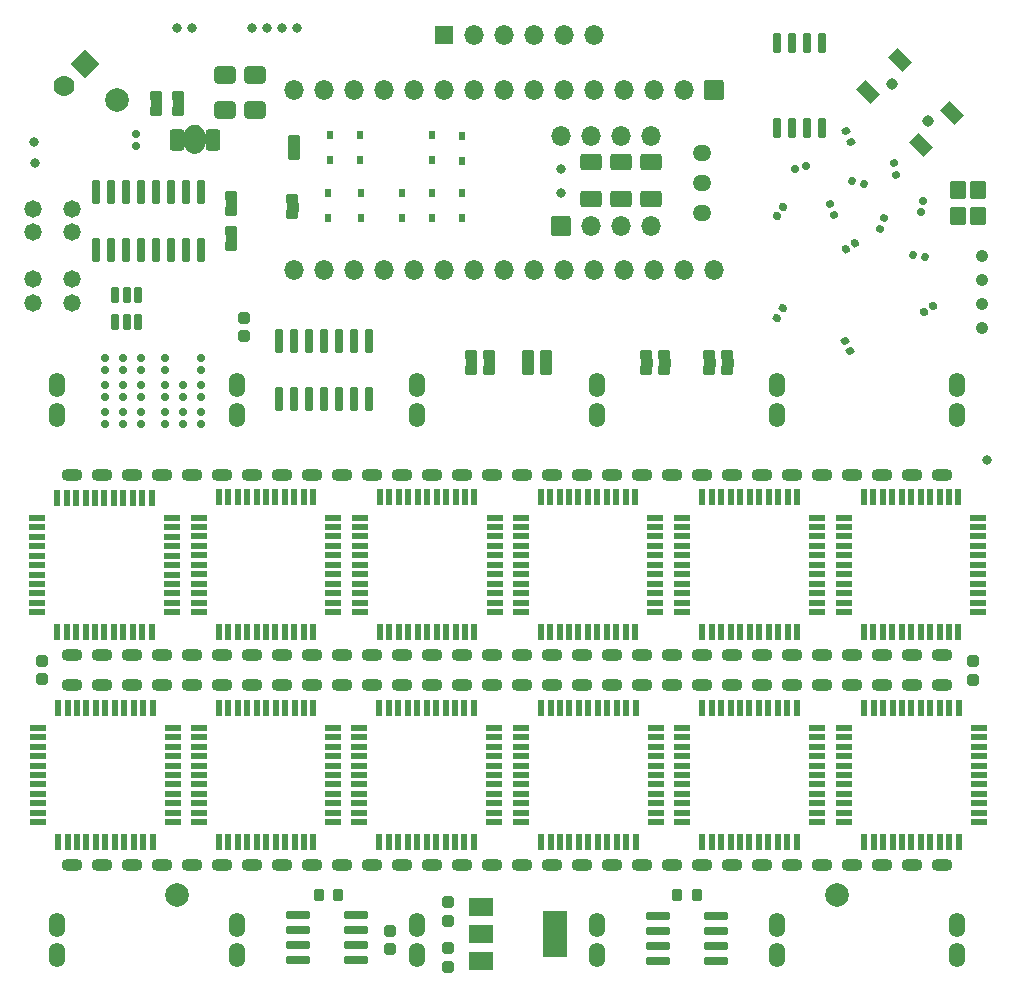
<source format=gbs>
G04 #@! TF.GenerationSoftware,KiCad,Pcbnew,(7.0.0-rc1-358-g86c12d35b4)*
G04 #@! TF.CreationDate,2023-05-17T11:55:42-07:00*
G04 #@! TF.ProjectId,Jumperless2,4a756d70-6572-46c6-9573-73322e6b6963,rev?*
G04 #@! TF.SameCoordinates,Original*
G04 #@! TF.FileFunction,Soldermask,Bot*
G04 #@! TF.FilePolarity,Negative*
%FSLAX46Y46*%
G04 Gerber Fmt 4.6, Leading zero omitted, Abs format (unit mm)*
G04 Created by KiCad (PCBNEW (7.0.0-rc1-358-g86c12d35b4)) date 2023-05-17 11:55:42*
%MOMM*%
%LPD*%
G01*
G04 APERTURE LIST*
G04 Aperture macros list*
%AMRoundRect*
0 Rectangle with rounded corners*
0 $1 Rounding radius*
0 $2 $3 $4 $5 $6 $7 $8 $9 X,Y pos of 4 corners*
0 Add a 4 corners polygon primitive as box body*
4,1,4,$2,$3,$4,$5,$6,$7,$8,$9,$2,$3,0*
0 Add four circle primitives for the rounded corners*
1,1,$1+$1,$2,$3*
1,1,$1+$1,$4,$5*
1,1,$1+$1,$6,$7*
1,1,$1+$1,$8,$9*
0 Add four rect primitives between the rounded corners*
20,1,$1+$1,$2,$3,$4,$5,0*
20,1,$1+$1,$4,$5,$6,$7,0*
20,1,$1+$1,$6,$7,$8,$9,0*
20,1,$1+$1,$8,$9,$2,$3,0*%
%AMHorizOval*
0 Thick line with rounded ends*
0 $1 width*
0 $2 $3 position (X,Y) of the first rounded end (center of the circle)*
0 $4 $5 position (X,Y) of the second rounded end (center of the circle)*
0 Add line between two ends*
20,1,$1,$2,$3,$4,$5,0*
0 Add two circle primitives to create the rounded ends*
1,1,$1,$2,$3*
1,1,$1,$4,$5*%
%AMFreePoly0*
4,1,27,0.526870,0.526870,0.538000,0.500000,0.538000,-0.500000,0.526870,-0.526870,0.500000,-0.538000,0.000000,-0.538000,-0.007413,-0.537270,-0.103084,-0.518240,-0.116783,-0.512566,-0.197889,-0.458373,-0.208373,-0.447889,-0.262566,-0.366783,-0.268240,-0.353084,-0.287270,-0.257413,-0.288000,-0.250000,-0.288000,0.250000,-0.287270,0.257413,-0.268240,0.353084,-0.262566,0.366783,-0.208373,0.447889,
-0.197889,0.458373,-0.116783,0.512566,-0.103084,0.518240,-0.007413,0.537270,0.000000,0.538000,0.500000,0.538000,0.526870,0.526870,0.526870,0.526870,$1*%
%AMFreePoly1*
4,1,27,0.534870,0.534870,0.546000,0.508000,0.546000,-0.508000,0.534870,-0.534870,0.508000,-0.546000,0.000000,-0.546000,-0.007414,-0.545270,-0.104616,-0.525935,-0.118314,-0.520261,-0.200717,-0.465201,-0.211201,-0.454717,-0.266261,-0.372314,-0.271935,-0.358616,-0.291270,-0.261414,-0.292000,-0.254000,-0.292000,0.254000,-0.291270,0.261414,-0.271935,0.358616,-0.266261,0.372314,-0.211201,0.454717,
-0.200717,0.465201,-0.118314,0.520261,-0.104616,0.525935,-0.007414,0.545270,0.000000,0.546000,0.508000,0.546000,0.534870,0.534870,0.534870,0.534870,$1*%
G04 Aperture macros list end*
%ADD10C,0.000000*%
%ADD11C,0.010000*%
%ADD12C,0.012700*%
%ADD13O,1.576000X1.376000*%
%ADD14RoundRect,0.198000X0.640000X-0.640000X0.640000X0.640000X-0.640000X0.640000X-0.640000X-0.640000X0*%
%ADD15O,1.676000X1.676000*%
%ADD16C,0.976000*%
%ADD17C,1.476000*%
%ADD18RoundRect,0.208000X-0.961665X0.000000X0.000000X-0.961665X0.961665X0.000000X0.000000X0.961665X0*%
%ADD19HorizOval,1.776000X0.000000X0.000000X0.000000X0.000000X0*%
%ADD20RoundRect,0.188000X0.600000X-0.600000X0.600000X0.600000X-0.600000X0.600000X-0.600000X-0.600000X0*%
%ADD21O,1.376000X2.076000*%
%ADD22O,1.776000X1.076000*%
%ADD23RoundRect,0.198000X-0.640000X0.640000X-0.640000X-0.640000X0.640000X-0.640000X0.640000X0.640000X0*%
%ADD24RoundRect,0.178000X0.058955X-0.212189X0.219557X0.017173X-0.058955X0.212189X-0.219557X-0.017173X0*%
%ADD25C,2.000000*%
%ADD26RoundRect,0.288001X0.624999X-0.462499X0.624999X0.462499X-0.624999X0.462499X-0.624999X-0.462499X0*%
%ADD27C,1.076000*%
%ADD28RoundRect,0.288000X0.650000X-0.412500X0.650000X0.412500X-0.650000X0.412500X-0.650000X-0.412500X0*%
%ADD29C,0.826000*%
%ADD30RoundRect,0.173000X0.185000X-0.135000X0.185000X0.135000X-0.185000X0.135000X-0.185000X-0.135000X0*%
%ADD31RoundRect,0.038000X0.225000X-0.300000X0.225000X0.300000X-0.225000X0.300000X-0.225000X-0.300000X0*%
%ADD32RoundRect,0.173000X-0.185000X0.135000X-0.185000X-0.135000X0.185000X-0.135000X0.185000X0.135000X0*%
%ADD33FreePoly0,90.000000*%
%ADD34FreePoly0,270.000000*%
%ADD35RoundRect,0.038000X0.600000X0.250000X-0.600000X0.250000X-0.600000X-0.250000X0.600000X-0.250000X0*%
%ADD36RoundRect,0.038000X0.250000X-0.600000X0.250000X0.600000X-0.250000X0.600000X-0.250000X-0.600000X0*%
%ADD37RoundRect,0.238000X-0.200000X-0.275000X0.200000X-0.275000X0.200000X0.275000X-0.200000X0.275000X0*%
%ADD38FreePoly1,90.000000*%
%ADD39FreePoly1,270.000000*%
%ADD40RoundRect,0.271680X0.350520X0.652320X-0.350520X0.652320X-0.350520X-0.652320X0.350520X-0.652320X0*%
%ADD41RoundRect,0.178000X0.143107X-0.167393X0.191728X0.108353X-0.143107X0.167393X-0.191728X-0.108353X0*%
%ADD42RoundRect,0.038000X0.954594X-0.247487X-0.247487X0.954594X-0.954594X0.247487X0.247487X-0.954594X0*%
%ADD43RoundRect,0.188000X0.150000X-0.512500X0.150000X0.512500X-0.150000X0.512500X-0.150000X-0.512500X0*%
%ADD44RoundRect,0.263000X-0.250000X0.225000X-0.250000X-0.225000X0.250000X-0.225000X0.250000X0.225000X0*%
%ADD45RoundRect,0.173000X-0.205632X0.100824X-0.158747X-0.165074X0.205632X-0.100824X0.158747X0.165074X0*%
%ADD46RoundRect,0.178000X-0.017173X-0.219557X0.212189X-0.058955X0.017173X0.219557X-0.212189X0.058955X0*%
%ADD47RoundRect,0.038000X-0.225000X0.300000X-0.225000X-0.300000X0.225000X-0.300000X0.225000X0.300000X0*%
%ADD48RoundRect,0.263000X0.250000X-0.225000X0.250000X0.225000X-0.250000X0.225000X-0.250000X-0.225000X0*%
%ADD49RoundRect,0.038000X0.600000X-0.700000X0.600000X0.700000X-0.600000X0.700000X-0.600000X-0.700000X0*%
%ADD50RoundRect,0.188000X-0.150000X0.825000X-0.150000X-0.825000X0.150000X-0.825000X0.150000X0.825000X0*%
%ADD51RoundRect,0.178000X0.099887X0.196272X-0.173476X0.135669X-0.099887X-0.196272X0.173476X-0.135669X0*%
%ADD52RoundRect,0.188000X-0.150000X0.650000X-0.150000X-0.650000X0.150000X-0.650000X0.150000X0.650000X0*%
%ADD53RoundRect,0.178000X0.207631X-0.073414X0.111865X0.189700X-0.207631X0.073414X-0.111865X-0.189700X0*%
%ADD54RoundRect,0.173000X-0.157992X-0.165796X0.109698X-0.201038X0.157992X0.165796X-0.109698X0.201038X0*%
%ADD55RoundRect,0.188000X0.825000X0.150000X-0.825000X0.150000X-0.825000X-0.150000X0.825000X-0.150000X0*%
%ADD56RoundRect,0.178000X-0.068155X0.209416X-0.218598X-0.026734X0.068155X-0.209416X0.218598X0.026734X0*%
%ADD57RoundRect,0.173000X0.224720X-0.044167X0.110613X0.200536X-0.224720X0.044167X-0.110613X-0.200536X0*%
%ADD58RoundRect,0.178000X-0.217224X0.036244X-0.077224X-0.206244X0.217224X-0.036244X0.077224X0.206244X0*%
%ADD59RoundRect,0.038000X-1.000000X-0.750000X1.000000X-0.750000X1.000000X0.750000X-1.000000X0.750000X0*%
%ADD60RoundRect,0.038000X-1.000000X-1.900000X1.000000X-1.900000X1.000000X1.900000X-1.000000X1.900000X0*%
%ADD61RoundRect,0.173000X-0.171841X-0.151395X0.091759X-0.209834X0.171841X0.151395X-0.091759X0.209834X0*%
%ADD62RoundRect,0.178000X-0.111865X0.189700X-0.207631X-0.073414X0.111865X-0.189700X0.207631X0.073414X0*%
%ADD63RoundRect,0.288000X-0.650000X0.412500X-0.650000X-0.412500X0.650000X-0.412500X0.650000X0.412500X0*%
%ADD64RoundRect,0.178000X0.026734X0.218598X-0.209416X0.068155X-0.026734X-0.218598X0.209416X-0.068155X0*%
G04 APERTURE END LIST*
D10*
G36*
X49461858Y-113820548D02*
G01*
X49483666Y-113821681D01*
X49505392Y-113823397D01*
X49527007Y-113825692D01*
X49548480Y-113828561D01*
X49569779Y-113832001D01*
X49590876Y-113836009D01*
X49611738Y-113840581D01*
X49632336Y-113845713D01*
X49652638Y-113851402D01*
X49672615Y-113857643D01*
X49692235Y-113864434D01*
X49714067Y-113872292D01*
X49727352Y-113876934D01*
X49735897Y-113879988D01*
X49745644Y-113883935D01*
X49756439Y-113888689D01*
X49768127Y-113894165D01*
X49793564Y-113906937D01*
X49820717Y-113921565D01*
X49848347Y-113937360D01*
X49875219Y-113953636D01*
X49900093Y-113969705D01*
X49911394Y-113977448D01*
X49921732Y-113984880D01*
X49936484Y-113996022D01*
X49951221Y-114007617D01*
X49965920Y-114019639D01*
X49980553Y-114032064D01*
X49995095Y-114044867D01*
X50009520Y-114058020D01*
X50023804Y-114071500D01*
X50037920Y-114085281D01*
X50051842Y-114099337D01*
X50065545Y-114113642D01*
X50079004Y-114128172D01*
X50092193Y-114142901D01*
X50105085Y-114157803D01*
X50117656Y-114172854D01*
X50129880Y-114188026D01*
X50141731Y-114203296D01*
X50163207Y-114232535D01*
X50183951Y-114262854D01*
X50203938Y-114294196D01*
X50223143Y-114326504D01*
X50241541Y-114359717D01*
X50259107Y-114393779D01*
X50275816Y-114428631D01*
X50291644Y-114464215D01*
X50306565Y-114500472D01*
X50320555Y-114537345D01*
X50333589Y-114574775D01*
X50345641Y-114612704D01*
X50356686Y-114651074D01*
X50366701Y-114689826D01*
X50375659Y-114728902D01*
X50383537Y-114768245D01*
X50390044Y-114805140D01*
X50395414Y-114839975D01*
X50399728Y-114873704D01*
X50403067Y-114907279D01*
X50405511Y-114941653D01*
X50407143Y-114977778D01*
X50408043Y-115016608D01*
X50408292Y-115059094D01*
X50407651Y-115114610D01*
X50405787Y-115166055D01*
X50402598Y-115214297D01*
X50397979Y-115260202D01*
X50391829Y-115304636D01*
X50384042Y-115348466D01*
X50374518Y-115392556D01*
X50363151Y-115437774D01*
X50357899Y-115457913D01*
X50355391Y-115467841D01*
X50353387Y-115476003D01*
X50346616Y-115501063D01*
X50337493Y-115529988D01*
X50326417Y-115561752D01*
X50313788Y-115595327D01*
X50300006Y-115629685D01*
X50285470Y-115663799D01*
X50270579Y-115696641D01*
X50255734Y-115727184D01*
X50235785Y-115765130D01*
X50214888Y-115801955D01*
X50193055Y-115837643D01*
X50170297Y-115872183D01*
X50146627Y-115905560D01*
X50122058Y-115937761D01*
X50096601Y-115968773D01*
X50070270Y-115998582D01*
X50043075Y-116027176D01*
X50015030Y-116054540D01*
X49986146Y-116080661D01*
X49956436Y-116105526D01*
X49925913Y-116129122D01*
X49894588Y-116151435D01*
X49862474Y-116172452D01*
X49829582Y-116192160D01*
X49812141Y-116201856D01*
X49794405Y-116211152D01*
X49776396Y-116220038D01*
X49758141Y-116228507D01*
X49739663Y-116236550D01*
X49720986Y-116244159D01*
X49702135Y-116251326D01*
X49683134Y-116258042D01*
X49664008Y-116264299D01*
X49644780Y-116270089D01*
X49625476Y-116275403D01*
X49606119Y-116280234D01*
X49586734Y-116284572D01*
X49567345Y-116288410D01*
X49547977Y-116291740D01*
X49528653Y-116294553D01*
X49508636Y-116296741D01*
X49485981Y-116298428D01*
X49461576Y-116299603D01*
X49436307Y-116300251D01*
X49411063Y-116300359D01*
X49386731Y-116299914D01*
X49364199Y-116298902D01*
X49344353Y-116297310D01*
X49344352Y-116297310D01*
X49320126Y-116294384D01*
X49295581Y-116290595D01*
X49270763Y-116285955D01*
X49245719Y-116280474D01*
X49220496Y-116274163D01*
X49195139Y-116267033D01*
X49169696Y-116259095D01*
X49144213Y-116250360D01*
X49128241Y-116244112D01*
X49108960Y-116235726D01*
X49087468Y-116225751D01*
X49064865Y-116214733D01*
X49042247Y-116203220D01*
X49020712Y-116191758D01*
X49001360Y-116180895D01*
X48985286Y-116171177D01*
X48960159Y-116154624D01*
X48935503Y-116137285D01*
X48911327Y-116119171D01*
X48887642Y-116100292D01*
X48864457Y-116080657D01*
X48841781Y-116060276D01*
X48819625Y-116039160D01*
X48797997Y-116017319D01*
X48776908Y-115994762D01*
X48756367Y-115971500D01*
X48736384Y-115947543D01*
X48716968Y-115922900D01*
X48698129Y-115897582D01*
X48679878Y-115871598D01*
X48662222Y-115844959D01*
X48645172Y-115817675D01*
X48634682Y-115799849D01*
X48623444Y-115779807D01*
X48611858Y-115758329D01*
X48600322Y-115736193D01*
X48589235Y-115714177D01*
X48578996Y-115693059D01*
X48570004Y-115673618D01*
X48562657Y-115656631D01*
X48556922Y-115642864D01*
X48551400Y-115629859D01*
X48546721Y-115619082D01*
X48543512Y-115611996D01*
X48542409Y-115609576D01*
X48541381Y-115607115D01*
X48540449Y-115604679D01*
X48539637Y-115602339D01*
X48538966Y-115600162D01*
X48538460Y-115598216D01*
X48538275Y-115597352D01*
X48538140Y-115596571D01*
X48538057Y-115595882D01*
X48538030Y-115595294D01*
X48538009Y-115594726D01*
X48537948Y-115594095D01*
X48537850Y-115593407D01*
X48537715Y-115592669D01*
X48537547Y-115591887D01*
X48537346Y-115591070D01*
X48537116Y-115590222D01*
X48536858Y-115589350D01*
X48536574Y-115588462D01*
X48536266Y-115587564D01*
X48535937Y-115586663D01*
X48535588Y-115585764D01*
X48535221Y-115584876D01*
X48534839Y-115584004D01*
X48534442Y-115583155D01*
X48534035Y-115582336D01*
X48532470Y-115578982D01*
X48530592Y-115574426D01*
X48526050Y-115562182D01*
X48520707Y-115546552D01*
X48514863Y-115528481D01*
X48508817Y-115508916D01*
X48502868Y-115488805D01*
X48497315Y-115469095D01*
X48492458Y-115450733D01*
X48482940Y-115411486D01*
X48474607Y-115373292D01*
X48467394Y-115335728D01*
X48461238Y-115298373D01*
X48456075Y-115260804D01*
X48451842Y-115222602D01*
X48448475Y-115183342D01*
X48445910Y-115142605D01*
X48444590Y-115115128D01*
X48443717Y-115090546D01*
X48443303Y-115067813D01*
X48443364Y-115045882D01*
X48443914Y-115023707D01*
X48444967Y-115000242D01*
X48446539Y-114974440D01*
X48448643Y-114945256D01*
X48451874Y-114908225D01*
X48455909Y-114871533D01*
X48460744Y-114835190D01*
X48466379Y-114799201D01*
X48472810Y-114763577D01*
X48480035Y-114728324D01*
X48488053Y-114693451D01*
X48496861Y-114658966D01*
X48506457Y-114624876D01*
X48516839Y-114591191D01*
X48528005Y-114557917D01*
X48539952Y-114525063D01*
X48552679Y-114492637D01*
X48566182Y-114460647D01*
X48580462Y-114429101D01*
X48595514Y-114398008D01*
X48618679Y-114353551D01*
X48630526Y-114332207D01*
X48642579Y-114311410D01*
X48654862Y-114291128D01*
X48667397Y-114271329D01*
X48680207Y-114251981D01*
X48693314Y-114233052D01*
X48706742Y-114214509D01*
X48720512Y-114196320D01*
X48734648Y-114178454D01*
X48749173Y-114160878D01*
X48764108Y-114143560D01*
X48779478Y-114126469D01*
X48795304Y-114109571D01*
X48811609Y-114092836D01*
X48835931Y-114069076D01*
X48860639Y-114046386D01*
X48885731Y-114024766D01*
X48911206Y-114004217D01*
X48937064Y-113984740D01*
X48963302Y-113966335D01*
X48989921Y-113949002D01*
X49016919Y-113932742D01*
X49044296Y-113917556D01*
X49072050Y-113903444D01*
X49100180Y-113890407D01*
X49128685Y-113878446D01*
X49157565Y-113867560D01*
X49186819Y-113857751D01*
X49216445Y-113849019D01*
X49246443Y-113841364D01*
X49262338Y-113837666D01*
X49275847Y-113834667D01*
X49287789Y-113832231D01*
X49298983Y-113830222D01*
X49310249Y-113828505D01*
X49322406Y-113826943D01*
X49336275Y-113825400D01*
X49352675Y-113823740D01*
X49374429Y-113821908D01*
X49396255Y-113820676D01*
X49418122Y-113820042D01*
X49440000Y-113820000D01*
X49461858Y-113820548D01*
G37*
D11*
X48476101Y-112344200D02*
X47637901Y-112344200D01*
X47637901Y-112344200D02*
X47637901Y-111683800D01*
X47637901Y-111683800D02*
X48476101Y-111683800D01*
X48476101Y-111683800D02*
X48476101Y-112344200D01*
G36*
X48476101Y-112344200D02*
G01*
X47637901Y-112344200D01*
X47637901Y-111683800D01*
X48476101Y-111683800D01*
X48476101Y-112344200D01*
G37*
D12*
X78117900Y-134315200D02*
X77178100Y-134315200D01*
X77178100Y-134315200D02*
X77178100Y-133654800D01*
X77178100Y-133654800D02*
X78117900Y-133654800D01*
X78117900Y-133654800D02*
X78117900Y-134315200D01*
G36*
X78117900Y-134315200D02*
G01*
X77178100Y-134315200D01*
X77178100Y-133654800D01*
X78117900Y-133654800D01*
X78117900Y-134315200D01*
G37*
D11*
X52084595Y-123128000D02*
X52922795Y-123128000D01*
X52922795Y-123128000D02*
X52922795Y-123788400D01*
X52922795Y-123788400D02*
X52084595Y-123788400D01*
X52084595Y-123788400D02*
X52084595Y-123128000D01*
G36*
X52084595Y-123128000D02*
G01*
X52922795Y-123128000D01*
X52922795Y-123788400D01*
X52084595Y-123788400D01*
X52084595Y-123128000D01*
G37*
D12*
X95008900Y-134289800D02*
X94069100Y-134289800D01*
X94069100Y-134289800D02*
X94069100Y-133629400D01*
X94069100Y-133629400D02*
X95008900Y-133629400D01*
X95008900Y-133629400D02*
X95008900Y-134289800D01*
G36*
X95008900Y-134289800D02*
G01*
X94069100Y-134289800D01*
X94069100Y-133629400D01*
X95008900Y-133629400D01*
X95008900Y-134289800D01*
G37*
D11*
X73248400Y-134264400D02*
X72410200Y-134264400D01*
X72410200Y-134264400D02*
X72410200Y-133604000D01*
X72410200Y-133604000D02*
X73248400Y-133604000D01*
X73248400Y-133604000D02*
X73248400Y-134264400D01*
G36*
X73248400Y-134264400D02*
G01*
X72410200Y-134264400D01*
X72410200Y-133604000D01*
X73248400Y-133604000D01*
X73248400Y-134264400D01*
G37*
D12*
X93484900Y-134289800D02*
X92545100Y-134289800D01*
X92545100Y-134289800D02*
X92545100Y-133629400D01*
X92545100Y-133629400D02*
X93484900Y-133629400D01*
X93484900Y-133629400D02*
X93484900Y-134289800D01*
G36*
X93484900Y-134289800D02*
G01*
X92545100Y-134289800D01*
X92545100Y-133629400D01*
X93484900Y-133629400D01*
X93484900Y-134289800D01*
G37*
D11*
X46571100Y-112344201D02*
X45732900Y-112344201D01*
X45732900Y-112344201D02*
X45732900Y-111683801D01*
X45732900Y-111683801D02*
X46571100Y-111683801D01*
X46571100Y-111683801D02*
X46571100Y-112344201D01*
G36*
X46571100Y-112344201D02*
G01*
X45732900Y-112344201D01*
X45732900Y-111683801D01*
X46571100Y-111683801D01*
X46571100Y-112344201D01*
G37*
X74772400Y-134264400D02*
X73934200Y-134264400D01*
X73934200Y-134264400D02*
X73934200Y-133604000D01*
X73934200Y-133604000D02*
X74772400Y-133604000D01*
X74772400Y-133604000D02*
X74772400Y-134264400D01*
G36*
X74772400Y-134264400D02*
G01*
X73934200Y-134264400D01*
X73934200Y-133604000D01*
X74772400Y-133604000D01*
X74772400Y-134264400D01*
G37*
D12*
X79616500Y-134315200D02*
X78676700Y-134315200D01*
X78676700Y-134315200D02*
X78676700Y-133654800D01*
X78676700Y-133654800D02*
X79616500Y-133654800D01*
X79616500Y-133654800D02*
X79616500Y-134315200D01*
G36*
X79616500Y-134315200D02*
G01*
X78676700Y-134315200D01*
X78676700Y-133654800D01*
X79616500Y-133654800D01*
X79616500Y-134315200D01*
G37*
X57366100Y-115459800D02*
X58305900Y-115459800D01*
X58305900Y-115459800D02*
X58305900Y-116120200D01*
X58305900Y-116120200D02*
X57366100Y-116120200D01*
X57366100Y-116120200D02*
X57366100Y-115459800D01*
G36*
X57366100Y-115459800D02*
G01*
X58305900Y-115459800D01*
X58305900Y-116120200D01*
X57366100Y-116120200D01*
X57366100Y-115459800D01*
G37*
D11*
X52084595Y-120181600D02*
X52922795Y-120181600D01*
X52922795Y-120181600D02*
X52922795Y-120842000D01*
X52922795Y-120842000D02*
X52084595Y-120842000D01*
X52084595Y-120842000D02*
X52084595Y-120181600D01*
G36*
X52084595Y-120181600D02*
G01*
X52922795Y-120181600D01*
X52922795Y-120842000D01*
X52084595Y-120842000D01*
X52084595Y-120181600D01*
G37*
D12*
X58178900Y-121107200D02*
X57239100Y-121107200D01*
X57239100Y-121107200D02*
X57239100Y-120446800D01*
X57239100Y-120446800D02*
X58178900Y-120446800D01*
X58178900Y-120446800D02*
X58178900Y-121107200D01*
G36*
X58178900Y-121107200D02*
G01*
X57239100Y-121107200D01*
X57239100Y-120446800D01*
X58178900Y-120446800D01*
X58178900Y-121107200D01*
G37*
X89674900Y-134289800D02*
X88735100Y-134289800D01*
X88735100Y-134289800D02*
X88735100Y-133629400D01*
X88735100Y-133629400D02*
X89674900Y-133629400D01*
X89674900Y-133629400D02*
X89674900Y-134289800D01*
G36*
X89674900Y-134289800D02*
G01*
X88735100Y-134289800D01*
X88735100Y-133629400D01*
X89674900Y-133629400D01*
X89674900Y-134289800D01*
G37*
X88150900Y-134289800D02*
X87211100Y-134289800D01*
X87211100Y-134289800D02*
X87211100Y-133629400D01*
X87211100Y-133629400D02*
X88150900Y-133629400D01*
X88150900Y-133629400D02*
X88150900Y-134289800D01*
G36*
X88150900Y-134289800D02*
G01*
X87211100Y-134289800D01*
X87211100Y-133629400D01*
X88150900Y-133629400D01*
X88150900Y-134289800D01*
G37*
D13*
X92379999Y-121284999D03*
X92379999Y-118744999D03*
X92379999Y-116204999D03*
D14*
X80442000Y-122428000D03*
D15*
X82981999Y-122427999D03*
X85521999Y-122427999D03*
X88061999Y-122427999D03*
X88061999Y-114807999D03*
X85521999Y-114807999D03*
X82981999Y-114807999D03*
X80441999Y-114807999D03*
D16*
X111557135Y-113499135D03*
X108445865Y-110387865D03*
D17*
X35738000Y-120936000D03*
X35738000Y-122936000D03*
X35738000Y-126936000D03*
X35738000Y-128936000D03*
X39038000Y-120936000D03*
X39038000Y-122936000D03*
X39038000Y-126936000D03*
X39038000Y-128936000D03*
D18*
X40144800Y-108724800D03*
D19*
X38348748Y-110520850D03*
D20*
X70536000Y-106197400D03*
D15*
X73075999Y-106197399D03*
X75615999Y-106197399D03*
X78155999Y-106197399D03*
X80695999Y-106197399D03*
X83235999Y-106197399D03*
D21*
X113969999Y-181609999D03*
X98729999Y-181609999D03*
X98729999Y-181609999D03*
X83489999Y-181609999D03*
X83489999Y-181609999D03*
X68249999Y-181622699D03*
X68249999Y-181622699D03*
X53009999Y-181609999D03*
X53009999Y-181609999D03*
X37769999Y-181609999D03*
D22*
X112699999Y-176529999D03*
X112699999Y-161289999D03*
X110159999Y-176529999D03*
X110159999Y-161289999D03*
X107619999Y-176529999D03*
X107619999Y-161289999D03*
X105079999Y-176529999D03*
X105079999Y-161289999D03*
X102539999Y-176529999D03*
X102539999Y-161289999D03*
X99999999Y-176529999D03*
X99999999Y-161289999D03*
X97459999Y-176529999D03*
X97459999Y-161289999D03*
X94919999Y-176529999D03*
X94919999Y-161289999D03*
X92379999Y-176529999D03*
X92379999Y-161289999D03*
X89839999Y-176529999D03*
X89839999Y-161289999D03*
X87299999Y-176529999D03*
X87299999Y-161289999D03*
X84759999Y-176529999D03*
X84759999Y-161289999D03*
X82219999Y-176529999D03*
X82219999Y-161289999D03*
X79679999Y-176529999D03*
X79679999Y-161289999D03*
X77139999Y-176529999D03*
X77139999Y-161289999D03*
X74599999Y-176529999D03*
X74599999Y-161289999D03*
X72059999Y-176529999D03*
X72059999Y-161289999D03*
X69519999Y-176529999D03*
X69519999Y-161289999D03*
X66979999Y-176529999D03*
X66979999Y-161289999D03*
X64439999Y-176529999D03*
X64439999Y-161289999D03*
X61899999Y-176529999D03*
X61899999Y-161289999D03*
X59359999Y-176529999D03*
X59359999Y-161289999D03*
X56819999Y-176529999D03*
X56819999Y-161289999D03*
X54279999Y-176529999D03*
X54279999Y-161289999D03*
X51739999Y-176529999D03*
X51739999Y-161289999D03*
X49199999Y-176529999D03*
X49199999Y-161289999D03*
X46659999Y-176529999D03*
X46659999Y-161289999D03*
X44119999Y-176529999D03*
X44119999Y-161289999D03*
X41579999Y-176529999D03*
X41579999Y-161289999D03*
X39039999Y-176529999D03*
X39039999Y-161289999D03*
D21*
X113969999Y-184149999D03*
X98729999Y-184149999D03*
X98729999Y-184149999D03*
X83489999Y-184149999D03*
X83489999Y-184149999D03*
X68249999Y-184149999D03*
X68249999Y-184149999D03*
X53009999Y-184149999D03*
X53009999Y-184149999D03*
X37769999Y-184149999D03*
X113969999Y-135889999D03*
X98729999Y-135889999D03*
X98729999Y-135889999D03*
X83489999Y-135889999D03*
X83489999Y-135889999D03*
X68249999Y-135889999D03*
X68249999Y-135889999D03*
X53009999Y-135889999D03*
X53009999Y-135889999D03*
X37769999Y-135889999D03*
D22*
X112699999Y-158749999D03*
X112699999Y-143509999D03*
X110159999Y-158749999D03*
X110159999Y-143509999D03*
X107619999Y-158749999D03*
X107619999Y-143509999D03*
X105079999Y-158749999D03*
X105079999Y-143509999D03*
X102539999Y-158749999D03*
X102539999Y-143509999D03*
X99999999Y-158749999D03*
X99999999Y-143509999D03*
X97459999Y-158749999D03*
X97459999Y-143509999D03*
X94919999Y-158749999D03*
X94919999Y-143509999D03*
X92379999Y-158749999D03*
X92379999Y-143509999D03*
X89839999Y-158749999D03*
X89839999Y-143509999D03*
X87299999Y-158749999D03*
X87299999Y-143509999D03*
X84759999Y-158749999D03*
X84759999Y-143509999D03*
X82219999Y-158749999D03*
X82219999Y-143509999D03*
X79679999Y-158749999D03*
X79679999Y-143509999D03*
X77139999Y-158749999D03*
X77139999Y-143509999D03*
X74599999Y-158749999D03*
X74599999Y-143509999D03*
X72059999Y-158749999D03*
X72059999Y-143509999D03*
X69519999Y-158749999D03*
X69519999Y-143509999D03*
X66979999Y-158749999D03*
X66979999Y-143509999D03*
X64439999Y-158749999D03*
X64439999Y-143509999D03*
X61899999Y-158749999D03*
X61899999Y-143509999D03*
X59359999Y-158749999D03*
X59359999Y-143509999D03*
X56819999Y-158749999D03*
X56819999Y-143509999D03*
X54279999Y-158749999D03*
X54279999Y-143509999D03*
X51739999Y-158749999D03*
X51739999Y-143509999D03*
X49199999Y-158749999D03*
X49199999Y-143509999D03*
X46659999Y-158749999D03*
X46659999Y-143509999D03*
X44119999Y-158749999D03*
X44119999Y-143509999D03*
X41579999Y-158749999D03*
X41579999Y-143509999D03*
X39039999Y-158749999D03*
X39039999Y-143509999D03*
D21*
X113969999Y-138429999D03*
X98729999Y-138429999D03*
X98729999Y-138429999D03*
X83489999Y-138429999D03*
X83489999Y-138429999D03*
X68249999Y-138429999D03*
X68249999Y-138429999D03*
X53009999Y-138429999D03*
X53009999Y-138429999D03*
X37769999Y-138429999D03*
D23*
X93396000Y-110911000D03*
D15*
X90855999Y-110910999D03*
X88315999Y-110910999D03*
X85775999Y-110910999D03*
X83235999Y-110910999D03*
X80695999Y-110910999D03*
X78155999Y-110910999D03*
X75615999Y-110910999D03*
X73075999Y-110910999D03*
X70535999Y-110910999D03*
X67995999Y-110910999D03*
X65455999Y-110910999D03*
X62915999Y-110910999D03*
X60375999Y-110910999D03*
X57835999Y-110910999D03*
X57835999Y-126150999D03*
X60375999Y-126150999D03*
X62915999Y-126150999D03*
X65455999Y-126150999D03*
X67995999Y-126150999D03*
X70535999Y-126150999D03*
X73075999Y-126150999D03*
X75615999Y-126150999D03*
X78155999Y-126150999D03*
X80695999Y-126150999D03*
X83235999Y-126150999D03*
X85775999Y-126150999D03*
X88315999Y-126150999D03*
X90855999Y-126150999D03*
X93395999Y-126150999D03*
D24*
X98708683Y-121551193D03*
X99259317Y-120764807D03*
D25*
X47930000Y-179070000D03*
D26*
X51994000Y-112612500D03*
X51994000Y-109637500D03*
D27*
X116129000Y-124968000D03*
D28*
X82982000Y-120142000D03*
X82982000Y-117017000D03*
D27*
X116129000Y-127000000D03*
D29*
X80442000Y-117602000D03*
D30*
X48438000Y-136906000D03*
X48438000Y-135886000D03*
D31*
X69520000Y-116840000D03*
X69520000Y-114740000D03*
D32*
X43358000Y-138172000D03*
X43358000Y-139192000D03*
D33*
X48049701Y-112826800D03*
D34*
X48049701Y-111201200D03*
D31*
X63551000Y-121700000D03*
X63551000Y-119600000D03*
D35*
X61186000Y-164895000D03*
X61186000Y-165695000D03*
X61186000Y-166495000D03*
X61186000Y-167295000D03*
X61186000Y-168095000D03*
X61186000Y-168895000D03*
X61186000Y-169695000D03*
X61186000Y-170495000D03*
X61186000Y-171295000D03*
X61186000Y-172095000D03*
X61186000Y-172895000D03*
D36*
X59486000Y-174595000D03*
X58686000Y-174595000D03*
X57886000Y-174595000D03*
X57086000Y-174595000D03*
X56286000Y-174595000D03*
X55486000Y-174595000D03*
X54686000Y-174595000D03*
X53886000Y-174595000D03*
X53086000Y-174595000D03*
X52286000Y-174595000D03*
X51486000Y-174595000D03*
D35*
X49786000Y-172895000D03*
X49786000Y-172095000D03*
X49786000Y-171295000D03*
X49786000Y-170495000D03*
X49786000Y-169695000D03*
X49786000Y-168895000D03*
X49786000Y-168095000D03*
X49786000Y-167295000D03*
X49786000Y-166495000D03*
X49786000Y-165695000D03*
X49786000Y-164895000D03*
D36*
X51486000Y-163195000D03*
X52286000Y-163195000D03*
X53086000Y-163195000D03*
X53886000Y-163195000D03*
X54686000Y-163195000D03*
X55486000Y-163195000D03*
X56286000Y-163195000D03*
X57086000Y-163195000D03*
X57886000Y-163195000D03*
X58686000Y-163195000D03*
X59486000Y-163195000D03*
D25*
X103810000Y-179070000D03*
X42850000Y-111760000D03*
D37*
X90285000Y-179070000D03*
X91935000Y-179070000D03*
D38*
X77648000Y-134797800D03*
D39*
X77648000Y-133172200D03*
D30*
X49962000Y-134620000D03*
X49962000Y-133600000D03*
D32*
X44882000Y-135884000D03*
X44882000Y-136904000D03*
X44882000Y-138172000D03*
X44882000Y-139192000D03*
D40*
X50952600Y-115109800D03*
X47930000Y-115120800D03*
D27*
X116129000Y-131064000D03*
D41*
X110965649Y-121249708D03*
X111132351Y-120304292D03*
D32*
X41834000Y-138172000D03*
X41834000Y-139192000D03*
D35*
X74824000Y-147091600D03*
X74824000Y-147891600D03*
X74824000Y-148691600D03*
X74824000Y-149491600D03*
X74824000Y-150291600D03*
X74824000Y-151091600D03*
X74824000Y-151891600D03*
X74824000Y-152691600D03*
X74824000Y-153491600D03*
X74824000Y-154291600D03*
X74824000Y-155091600D03*
D36*
X73124000Y-156791600D03*
X72324000Y-156791600D03*
X71524000Y-156791600D03*
X70724000Y-156791600D03*
X69924000Y-156791600D03*
X69124000Y-156791600D03*
X68324000Y-156791600D03*
X67524000Y-156791600D03*
X66724000Y-156791600D03*
X65924000Y-156791600D03*
X65124000Y-156791600D03*
D35*
X63424000Y-155091600D03*
X63424000Y-154291600D03*
X63424000Y-153491600D03*
X63424000Y-152691600D03*
X63424000Y-151891600D03*
X63424000Y-151091600D03*
X63424000Y-150291600D03*
X63424000Y-149491600D03*
X63424000Y-148691600D03*
X63424000Y-147891600D03*
X63424000Y-147091600D03*
D36*
X65124000Y-145391600D03*
X65924000Y-145391600D03*
X66724000Y-145391600D03*
X67524000Y-145391600D03*
X68324000Y-145391600D03*
X69124000Y-145391600D03*
X69924000Y-145391600D03*
X70724000Y-145391600D03*
X71524000Y-145391600D03*
X72324000Y-145391600D03*
X73124000Y-145391600D03*
D29*
X116510000Y-142240000D03*
D37*
X59932000Y-179070000D03*
X61582000Y-179070000D03*
D30*
X46914000Y-139192000D03*
X46914000Y-138172000D03*
D34*
X52510995Y-122645400D03*
D33*
X52510995Y-124271000D03*
D42*
X113578489Y-112821683D03*
X109123717Y-108366911D03*
X110891483Y-115508689D03*
X106436711Y-111053917D03*
D32*
X41834000Y-135886000D03*
X41834000Y-136906000D03*
D35*
X115796000Y-147089600D03*
X115796000Y-147889600D03*
X115796000Y-148689600D03*
X115796000Y-149489600D03*
X115796000Y-150289600D03*
X115796000Y-151089600D03*
X115796000Y-151889600D03*
X115796000Y-152689600D03*
X115796000Y-153489600D03*
X115796000Y-154289600D03*
X115796000Y-155089600D03*
D36*
X114096000Y-156789600D03*
X113296000Y-156789600D03*
X112496000Y-156789600D03*
X111696000Y-156789600D03*
X110896000Y-156789600D03*
X110096000Y-156789600D03*
X109296000Y-156789600D03*
X108496000Y-156789600D03*
X107696000Y-156789600D03*
X106896000Y-156789600D03*
X106096000Y-156789600D03*
D35*
X104396000Y-155089600D03*
X104396000Y-154289600D03*
X104396000Y-153489600D03*
X104396000Y-152689600D03*
X104396000Y-151889600D03*
X104396000Y-151089600D03*
X104396000Y-150289600D03*
X104396000Y-149489600D03*
X104396000Y-148689600D03*
X104396000Y-147889600D03*
X104396000Y-147089600D03*
D36*
X106096000Y-145389600D03*
X106896000Y-145389600D03*
X107696000Y-145389600D03*
X108496000Y-145389600D03*
X109296000Y-145389600D03*
X110096000Y-145389600D03*
X110896000Y-145389600D03*
X111696000Y-145389600D03*
X112496000Y-145389600D03*
X113296000Y-145389600D03*
X114096000Y-145389600D03*
D29*
X49200000Y-105672000D03*
X47930000Y-105672000D03*
D43*
X44628000Y-130556000D03*
X43678000Y-130556000D03*
X42728000Y-130556000D03*
X42728000Y-128281000D03*
X43678000Y-128281000D03*
X44628000Y-128281000D03*
D38*
X94539000Y-134772400D03*
D39*
X94539000Y-133146800D03*
D44*
X70917000Y-183555000D03*
X70917000Y-185105000D03*
D35*
X88428000Y-147091600D03*
X88428000Y-147891600D03*
X88428000Y-148691600D03*
X88428000Y-149491600D03*
X88428000Y-150291600D03*
X88428000Y-151091600D03*
X88428000Y-151891600D03*
X88428000Y-152691600D03*
X88428000Y-153491600D03*
X88428000Y-154291600D03*
X88428000Y-155091600D03*
D36*
X86728000Y-156791600D03*
X85928000Y-156791600D03*
X85128000Y-156791600D03*
X84328000Y-156791600D03*
X83528000Y-156791600D03*
X82728000Y-156791600D03*
X81928000Y-156791600D03*
X81128000Y-156791600D03*
X80328000Y-156791600D03*
X79528000Y-156791600D03*
X78728000Y-156791600D03*
D35*
X77028000Y-155091600D03*
X77028000Y-154291600D03*
X77028000Y-153491600D03*
X77028000Y-152691600D03*
X77028000Y-151891600D03*
X77028000Y-151091600D03*
X77028000Y-150291600D03*
X77028000Y-149491600D03*
X77028000Y-148691600D03*
X77028000Y-147891600D03*
X77028000Y-147091600D03*
D36*
X78728000Y-145391600D03*
X79528000Y-145391600D03*
X80328000Y-145391600D03*
X81128000Y-145391600D03*
X81928000Y-145391600D03*
X82728000Y-145391600D03*
X83528000Y-145391600D03*
X84328000Y-145391600D03*
X85128000Y-145391600D03*
X85928000Y-145391600D03*
X86728000Y-145391600D03*
D45*
X108674439Y-117099748D03*
X108851561Y-118104252D03*
D30*
X44501000Y-115622800D03*
X44501000Y-114602800D03*
D46*
X111151614Y-129709634D03*
X111938000Y-129159000D03*
D47*
X72060000Y-119600000D03*
X72060000Y-121700000D03*
D48*
X53645000Y-131712000D03*
X53645000Y-130162000D03*
D49*
X114097000Y-121539000D03*
X114097000Y-119339000D03*
X115797000Y-119339000D03*
X115797000Y-121539000D03*
D33*
X72822000Y-134747000D03*
D34*
X72822000Y-133121400D03*
D50*
X56566000Y-132145000D03*
X57836000Y-132145000D03*
X59106000Y-132145000D03*
X60376000Y-132145000D03*
X61646000Y-132145000D03*
X62916000Y-132145000D03*
X64186000Y-132145000D03*
X64186000Y-137095000D03*
X62916000Y-137095000D03*
X61646000Y-137095000D03*
X60376000Y-137095000D03*
X59106000Y-137095000D03*
X57836000Y-137095000D03*
X56566000Y-137095000D03*
D47*
X72060000Y-114774000D03*
X72060000Y-116874000D03*
D50*
X41072000Y-119510000D03*
X42342000Y-119510000D03*
X43612000Y-119510000D03*
X44882000Y-119510000D03*
X46152000Y-119510000D03*
X47422000Y-119510000D03*
X48692000Y-119510000D03*
X49962000Y-119510000D03*
X49962000Y-124460000D03*
X48692000Y-124460000D03*
X47422000Y-124460000D03*
X46152000Y-124460000D03*
X44882000Y-124460000D03*
X43612000Y-124460000D03*
X42342000Y-124460000D03*
X41072000Y-124460000D03*
D51*
X101230622Y-117371109D03*
X100293378Y-117578891D03*
D35*
X74776000Y-164895000D03*
X74776000Y-165695000D03*
X74776000Y-166495000D03*
X74776000Y-167295000D03*
X74776000Y-168095000D03*
X74776000Y-168895000D03*
X74776000Y-169695000D03*
X74776000Y-170495000D03*
X74776000Y-171295000D03*
X74776000Y-172095000D03*
X74776000Y-172895000D03*
D36*
X73076000Y-174595000D03*
X72276000Y-174595000D03*
X71476000Y-174595000D03*
X70676000Y-174595000D03*
X69876000Y-174595000D03*
X69076000Y-174595000D03*
X68276000Y-174595000D03*
X67476000Y-174595000D03*
X66676000Y-174595000D03*
X65876000Y-174595000D03*
X65076000Y-174595000D03*
D35*
X63376000Y-172895000D03*
X63376000Y-172095000D03*
X63376000Y-171295000D03*
X63376000Y-170495000D03*
X63376000Y-169695000D03*
X63376000Y-168895000D03*
X63376000Y-168095000D03*
X63376000Y-167295000D03*
X63376000Y-166495000D03*
X63376000Y-165695000D03*
X63376000Y-164895000D03*
D36*
X65076000Y-163195000D03*
X65876000Y-163195000D03*
X66676000Y-163195000D03*
X67476000Y-163195000D03*
X68276000Y-163195000D03*
X69076000Y-163195000D03*
X69876000Y-163195000D03*
X70676000Y-163195000D03*
X71476000Y-163195000D03*
X72276000Y-163195000D03*
X73076000Y-163195000D03*
D30*
X48438000Y-139192000D03*
X48438000Y-138172000D03*
D32*
X43358000Y-133600000D03*
X43358000Y-134620000D03*
D30*
X49962000Y-136906000D03*
X49962000Y-135886000D03*
D29*
X56820000Y-105664000D03*
D35*
X47496400Y-147119600D03*
X47496400Y-147919600D03*
X47496400Y-148719600D03*
X47496400Y-149519600D03*
X47496400Y-150319600D03*
X47496400Y-151119600D03*
X47496400Y-151919600D03*
X47496400Y-152719600D03*
X47496400Y-153519600D03*
X47496400Y-154319600D03*
X47496400Y-155119600D03*
D36*
X45796400Y-156819600D03*
X44996400Y-156819600D03*
X44196400Y-156819600D03*
X43396400Y-156819600D03*
X42596400Y-156819600D03*
X41796400Y-156819600D03*
X40996400Y-156819600D03*
X40196400Y-156819600D03*
X39396400Y-156819600D03*
X38596400Y-156819600D03*
X37796400Y-156819600D03*
D35*
X36096400Y-155119600D03*
X36096400Y-154319600D03*
X36096400Y-153519600D03*
X36096400Y-152719600D03*
X36096400Y-151919600D03*
X36096400Y-151119600D03*
X36096400Y-150319600D03*
X36096400Y-149519600D03*
X36096400Y-148719600D03*
X36096400Y-147919600D03*
X36096400Y-147119600D03*
D36*
X37796400Y-145419600D03*
X38596400Y-145419600D03*
X39396400Y-145419600D03*
X40196400Y-145419600D03*
X40996400Y-145419600D03*
X41796400Y-145419600D03*
X42596400Y-145419600D03*
X43396400Y-145419600D03*
X44196400Y-145419600D03*
X44996400Y-145419600D03*
X45796400Y-145419600D03*
D38*
X93015000Y-134772400D03*
D39*
X93015000Y-133146800D03*
D27*
X116129000Y-129032000D03*
D28*
X85522000Y-120142000D03*
X85522000Y-117017000D03*
D33*
X46144700Y-112826801D03*
D34*
X46144700Y-111201201D03*
D52*
X98730000Y-106890000D03*
X100000000Y-106890000D03*
X101270000Y-106890000D03*
X102540000Y-106890000D03*
X102540000Y-114090000D03*
X101270000Y-114090000D03*
X100000000Y-114090000D03*
X98730000Y-114090000D03*
D53*
X103593170Y-121482052D03*
X103264830Y-120579948D03*
D35*
X102106000Y-164895000D03*
X102106000Y-165695000D03*
X102106000Y-166495000D03*
X102106000Y-167295000D03*
X102106000Y-168095000D03*
X102106000Y-168895000D03*
X102106000Y-169695000D03*
X102106000Y-170495000D03*
X102106000Y-171295000D03*
X102106000Y-172095000D03*
X102106000Y-172895000D03*
D36*
X100406000Y-174595000D03*
X99606000Y-174595000D03*
X98806000Y-174595000D03*
X98006000Y-174595000D03*
X97206000Y-174595000D03*
X96406000Y-174595000D03*
X95606000Y-174595000D03*
X94806000Y-174595000D03*
X94006000Y-174595000D03*
X93206000Y-174595000D03*
X92406000Y-174595000D03*
D35*
X90706000Y-172895000D03*
X90706000Y-172095000D03*
X90706000Y-171295000D03*
X90706000Y-170495000D03*
X90706000Y-169695000D03*
X90706000Y-168895000D03*
X90706000Y-168095000D03*
X90706000Y-167295000D03*
X90706000Y-166495000D03*
X90706000Y-165695000D03*
X90706000Y-164895000D03*
D36*
X92406000Y-163195000D03*
X93206000Y-163195000D03*
X94006000Y-163195000D03*
X94806000Y-163195000D03*
X95606000Y-163195000D03*
X96406000Y-163195000D03*
X97206000Y-163195000D03*
X98006000Y-163195000D03*
X98806000Y-163195000D03*
X99606000Y-163195000D03*
X100406000Y-163195000D03*
D54*
X110289363Y-124901432D03*
X111300637Y-125034568D03*
D32*
X43358000Y-135886000D03*
X43358000Y-136906000D03*
D44*
X115367000Y-159258000D03*
X115367000Y-160808000D03*
D29*
X54280000Y-105664000D03*
D35*
X61173600Y-147091600D03*
X61173600Y-147891600D03*
X61173600Y-148691600D03*
X61173600Y-149491600D03*
X61173600Y-150291600D03*
X61173600Y-151091600D03*
X61173600Y-151891600D03*
X61173600Y-152691600D03*
X61173600Y-153491600D03*
X61173600Y-154291600D03*
X61173600Y-155091600D03*
D36*
X59473600Y-156791600D03*
X58673600Y-156791600D03*
X57873600Y-156791600D03*
X57073600Y-156791600D03*
X56273600Y-156791600D03*
X55473600Y-156791600D03*
X54673600Y-156791600D03*
X53873600Y-156791600D03*
X53073600Y-156791600D03*
X52273600Y-156791600D03*
X51473600Y-156791600D03*
D35*
X49773600Y-155091600D03*
X49773600Y-154291600D03*
X49773600Y-153491600D03*
X49773600Y-152691600D03*
X49773600Y-151891600D03*
X49773600Y-151091600D03*
X49773600Y-150291600D03*
X49773600Y-149491600D03*
X49773600Y-148691600D03*
X49773600Y-147891600D03*
X49773600Y-147091600D03*
D36*
X51473600Y-145391600D03*
X52273600Y-145391600D03*
X53073600Y-145391600D03*
X53873600Y-145391600D03*
X54673600Y-145391600D03*
X55473600Y-145391600D03*
X56273600Y-145391600D03*
X57073600Y-145391600D03*
X57873600Y-145391600D03*
X58673600Y-145391600D03*
X59473600Y-145391600D03*
D29*
X35880000Y-117094000D03*
D35*
X47572000Y-164895000D03*
X47572000Y-165695000D03*
X47572000Y-166495000D03*
X47572000Y-167295000D03*
X47572000Y-168095000D03*
X47572000Y-168895000D03*
X47572000Y-169695000D03*
X47572000Y-170495000D03*
X47572000Y-171295000D03*
X47572000Y-172095000D03*
X47572000Y-172895000D03*
D36*
X45872000Y-174595000D03*
X45072000Y-174595000D03*
X44272000Y-174595000D03*
X43472000Y-174595000D03*
X42672000Y-174595000D03*
X41872000Y-174595000D03*
X41072000Y-174595000D03*
X40272000Y-174595000D03*
X39472000Y-174595000D03*
X38672000Y-174595000D03*
X37872000Y-174595000D03*
D35*
X36172000Y-172895000D03*
X36172000Y-172095000D03*
X36172000Y-171295000D03*
X36172000Y-170495000D03*
X36172000Y-169695000D03*
X36172000Y-168895000D03*
X36172000Y-168095000D03*
X36172000Y-167295000D03*
X36172000Y-166495000D03*
X36172000Y-165695000D03*
X36172000Y-164895000D03*
D36*
X37872000Y-163195000D03*
X38672000Y-163195000D03*
X39472000Y-163195000D03*
X40272000Y-163195000D03*
X41072000Y-163195000D03*
X41872000Y-163195000D03*
X42672000Y-163195000D03*
X43472000Y-163195000D03*
X44272000Y-163195000D03*
X45072000Y-163195000D03*
X45872000Y-163195000D03*
D29*
X35865000Y-115316000D03*
X80442000Y-119634000D03*
D47*
X66980000Y-119600000D03*
X66980000Y-121700000D03*
D33*
X74346000Y-134747000D03*
D34*
X74346000Y-133121400D03*
D55*
X93585000Y-180848000D03*
X93585000Y-182118000D03*
X93585000Y-183388000D03*
X93585000Y-184658000D03*
X88635000Y-184658000D03*
X88635000Y-183388000D03*
X88635000Y-182118000D03*
X88635000Y-180848000D03*
D35*
X115819600Y-164895000D03*
X115819600Y-165695000D03*
X115819600Y-166495000D03*
X115819600Y-167295000D03*
X115819600Y-168095000D03*
X115819600Y-168895000D03*
X115819600Y-169695000D03*
X115819600Y-170495000D03*
X115819600Y-171295000D03*
X115819600Y-172095000D03*
X115819600Y-172895000D03*
D36*
X114119600Y-174595000D03*
X113319600Y-174595000D03*
X112519600Y-174595000D03*
X111719600Y-174595000D03*
X110919600Y-174595000D03*
X110119600Y-174595000D03*
X109319600Y-174595000D03*
X108519600Y-174595000D03*
X107719600Y-174595000D03*
X106919600Y-174595000D03*
X106119600Y-174595000D03*
D35*
X104419600Y-172895000D03*
X104419600Y-172095000D03*
X104419600Y-171295000D03*
X104419600Y-170495000D03*
X104419600Y-169695000D03*
X104419600Y-168895000D03*
X104419600Y-168095000D03*
X104419600Y-167295000D03*
X104419600Y-166495000D03*
X104419600Y-165695000D03*
X104419600Y-164895000D03*
D36*
X106119600Y-163195000D03*
X106919600Y-163195000D03*
X107719600Y-163195000D03*
X108519600Y-163195000D03*
X109319600Y-163195000D03*
X110119600Y-163195000D03*
X110919600Y-163195000D03*
X111719600Y-163195000D03*
X112519600Y-163195000D03*
X113319600Y-163195000D03*
X114119600Y-163195000D03*
D32*
X46914000Y-133600000D03*
X46914000Y-134620000D03*
D56*
X99241904Y-129389172D03*
X98726096Y-130198828D03*
D57*
X105041535Y-115270217D03*
X104610465Y-114345783D03*
D58*
X104459000Y-132172308D03*
X104939000Y-133003692D03*
D44*
X70917000Y-179679000D03*
X70917000Y-181229000D03*
D30*
X46914000Y-136906000D03*
X46914000Y-135886000D03*
D38*
X79146600Y-134797800D03*
D39*
X79146600Y-133172200D03*
D59*
X73634000Y-184672000D03*
X73634000Y-182372000D03*
D60*
X79934000Y-182372000D03*
D59*
X73634000Y-180072000D03*
D31*
X69520000Y-121700000D03*
X69520000Y-119600000D03*
D39*
X57836000Y-114977200D03*
D38*
X57836000Y-116602800D03*
D29*
X58090000Y-105664000D03*
D48*
X65964000Y-183655000D03*
X65964000Y-182105000D03*
D29*
X55550000Y-105664000D03*
D61*
X105090089Y-118634616D03*
X106085911Y-118855384D03*
D47*
X63424000Y-114740000D03*
X63424000Y-116840000D03*
D34*
X52510995Y-119699000D03*
D33*
X52510995Y-121324600D03*
D32*
X44882000Y-133598000D03*
X44882000Y-134618000D03*
D47*
X60757000Y-119600000D03*
X60757000Y-121700000D03*
D32*
X41834000Y-133600000D03*
X41834000Y-134620000D03*
D38*
X57709000Y-121589800D03*
D39*
X57709000Y-119964200D03*
D26*
X54534000Y-112612500D03*
X54534000Y-109637500D03*
D35*
X102129000Y-147089600D03*
X102129000Y-147889600D03*
X102129000Y-148689600D03*
X102129000Y-149489600D03*
X102129000Y-150289600D03*
X102129000Y-151089600D03*
X102129000Y-151889600D03*
X102129000Y-152689600D03*
X102129000Y-153489600D03*
X102129000Y-154289600D03*
X102129000Y-155089600D03*
D36*
X100429000Y-156789600D03*
X99629000Y-156789600D03*
X98829000Y-156789600D03*
X98029000Y-156789600D03*
X97229000Y-156789600D03*
X96429000Y-156789600D03*
X95629000Y-156789600D03*
X94829000Y-156789600D03*
X94029000Y-156789600D03*
X93229000Y-156789600D03*
X92429000Y-156789600D03*
D35*
X90729000Y-155089600D03*
X90729000Y-154289600D03*
X90729000Y-153489600D03*
X90729000Y-152689600D03*
X90729000Y-151889600D03*
X90729000Y-151089600D03*
X90729000Y-150289600D03*
X90729000Y-149489600D03*
X90729000Y-148689600D03*
X90729000Y-147889600D03*
X90729000Y-147089600D03*
D36*
X92429000Y-145389600D03*
X93229000Y-145389600D03*
X94029000Y-145389600D03*
X94829000Y-145389600D03*
X95629000Y-145389600D03*
X96429000Y-145389600D03*
X97229000Y-145389600D03*
X98029000Y-145389600D03*
X98829000Y-145389600D03*
X99629000Y-145389600D03*
X100429000Y-145389600D03*
D62*
X107784170Y-121722948D03*
X107455830Y-122625052D03*
D38*
X89205000Y-134772400D03*
D39*
X89205000Y-133146800D03*
D63*
X88062000Y-117017000D03*
X88062000Y-120142000D03*
D31*
X60884000Y-116840000D03*
X60884000Y-114740000D03*
D35*
X88466000Y-164895000D03*
X88466000Y-165695000D03*
X88466000Y-166495000D03*
X88466000Y-167295000D03*
X88466000Y-168095000D03*
X88466000Y-168895000D03*
X88466000Y-169695000D03*
X88466000Y-170495000D03*
X88466000Y-171295000D03*
X88466000Y-172095000D03*
X88466000Y-172895000D03*
D36*
X86766000Y-174595000D03*
X85966000Y-174595000D03*
X85166000Y-174595000D03*
X84366000Y-174595000D03*
X83566000Y-174595000D03*
X82766000Y-174595000D03*
X81966000Y-174595000D03*
X81166000Y-174595000D03*
X80366000Y-174595000D03*
X79566000Y-174595000D03*
X78766000Y-174595000D03*
D35*
X77066000Y-172895000D03*
X77066000Y-172095000D03*
X77066000Y-171295000D03*
X77066000Y-170495000D03*
X77066000Y-169695000D03*
X77066000Y-168895000D03*
X77066000Y-168095000D03*
X77066000Y-167295000D03*
X77066000Y-166495000D03*
X77066000Y-165695000D03*
X77066000Y-164895000D03*
D36*
X78766000Y-163195000D03*
X79566000Y-163195000D03*
X80366000Y-163195000D03*
X81166000Y-163195000D03*
X81966000Y-163195000D03*
X82766000Y-163195000D03*
X83566000Y-163195000D03*
X84366000Y-163195000D03*
X85166000Y-163195000D03*
X85966000Y-163195000D03*
X86766000Y-163195000D03*
D64*
X105357828Y-123821096D03*
X104548172Y-124336904D03*
D30*
X49962000Y-139192000D03*
X49962000Y-138172000D03*
D38*
X87681000Y-134772400D03*
D39*
X87681000Y-133146800D03*
D48*
X36500000Y-160795000D03*
X36500000Y-159245000D03*
D55*
X63105000Y-180721000D03*
X63105000Y-181991000D03*
X63105000Y-183261000D03*
X63105000Y-184531000D03*
X58155000Y-184531000D03*
X58155000Y-183261000D03*
X58155000Y-181991000D03*
X58155000Y-180721000D03*
M02*

</source>
